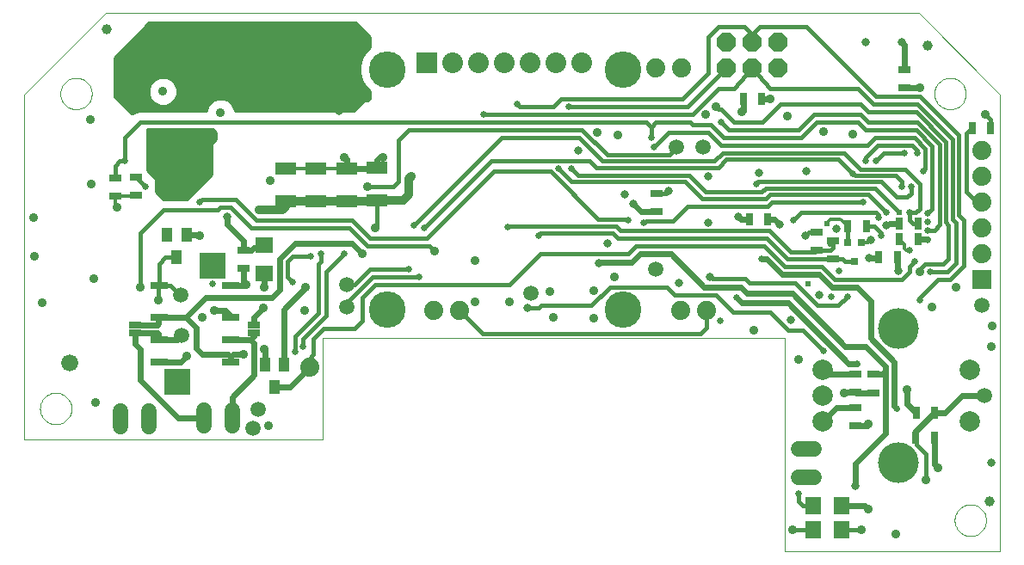
<source format=gbl>
G75*
G70*
%OFA0B0*%
%FSLAX24Y24*%
%IPPOS*%
%LPD*%
%AMOC8*
5,1,8,0,0,1.08239X$1,22.5*
%
%ADD10C,0.0000*%
%ADD11C,0.0787*%
%ADD12C,0.1575*%
%ADD13R,0.0315X0.0472*%
%ADD14R,0.0800X0.0800*%
%ADD15C,0.0800*%
%ADD16C,0.1417*%
%ADD17R,0.0472X0.0315*%
%ADD18R,0.0276X0.0276*%
%ADD19R,0.0630X0.0709*%
%ADD20R,0.0787X0.0472*%
%ADD21R,0.0394X0.0551*%
%ADD22C,0.0600*%
%ADD23C,0.0394*%
%ADD24C,0.0591*%
%ADD25C,0.0740*%
%ADD26R,0.0740X0.0740*%
%ADD27R,0.0709X0.0315*%
%ADD28R,0.0984X0.0984*%
%ADD29R,0.0709X0.0630*%
%ADD30R,0.0500X0.0250*%
%ADD31OC8,0.0740*%
%ADD32C,0.0360*%
%ADD33C,0.0120*%
%ADD34C,0.0240*%
%ADD35C,0.0320*%
%ADD36C,0.0250*%
%ADD37C,0.0160*%
%ADD38C,0.0240*%
%ADD39C,0.0100*%
%ADD40C,0.0660*%
%ADD41C,0.0320*%
D10*
X000180Y005173D02*
X011735Y005173D01*
X011735Y009110D01*
X029633Y009110D01*
X029633Y000843D01*
X037975Y000843D01*
X037975Y018559D01*
X034827Y021708D01*
X003329Y021708D01*
X000180Y018559D01*
X000180Y005173D01*
X000783Y006386D02*
X000785Y006435D01*
X000791Y006484D01*
X000801Y006532D01*
X000814Y006579D01*
X000832Y006625D01*
X000853Y006669D01*
X000877Y006712D01*
X000905Y006752D01*
X000936Y006791D01*
X000970Y006826D01*
X001007Y006859D01*
X001046Y006888D01*
X001088Y006914D01*
X001131Y006937D01*
X001177Y006956D01*
X001223Y006972D01*
X001271Y006984D01*
X001319Y006992D01*
X001368Y006996D01*
X001418Y006996D01*
X001467Y006992D01*
X001515Y006984D01*
X001563Y006972D01*
X001609Y006956D01*
X001655Y006937D01*
X001698Y006914D01*
X001740Y006888D01*
X001779Y006859D01*
X001816Y006826D01*
X001850Y006791D01*
X001881Y006752D01*
X001909Y006712D01*
X001933Y006669D01*
X001954Y006625D01*
X001972Y006579D01*
X001985Y006532D01*
X001995Y006484D01*
X002001Y006435D01*
X002003Y006386D01*
X002001Y006337D01*
X001995Y006288D01*
X001985Y006240D01*
X001972Y006193D01*
X001954Y006147D01*
X001933Y006103D01*
X001909Y006060D01*
X001881Y006020D01*
X001850Y005981D01*
X001816Y005946D01*
X001779Y005913D01*
X001740Y005884D01*
X001698Y005858D01*
X001655Y005835D01*
X001609Y005816D01*
X001563Y005800D01*
X001515Y005788D01*
X001467Y005780D01*
X001418Y005776D01*
X001368Y005776D01*
X001319Y005780D01*
X001271Y005788D01*
X001223Y005800D01*
X001177Y005816D01*
X001131Y005835D01*
X001088Y005858D01*
X001046Y005884D01*
X001007Y005913D01*
X000970Y005946D01*
X000936Y005981D01*
X000905Y006020D01*
X000877Y006060D01*
X000853Y006103D01*
X000832Y006147D01*
X000814Y006193D01*
X000801Y006240D01*
X000791Y006288D01*
X000785Y006337D01*
X000783Y006386D01*
X001570Y018591D02*
X001572Y018640D01*
X001578Y018689D01*
X001588Y018737D01*
X001601Y018784D01*
X001619Y018830D01*
X001640Y018874D01*
X001664Y018917D01*
X001692Y018957D01*
X001723Y018996D01*
X001757Y019031D01*
X001794Y019064D01*
X001833Y019093D01*
X001875Y019119D01*
X001918Y019142D01*
X001964Y019161D01*
X002010Y019177D01*
X002058Y019189D01*
X002106Y019197D01*
X002155Y019201D01*
X002205Y019201D01*
X002254Y019197D01*
X002302Y019189D01*
X002350Y019177D01*
X002396Y019161D01*
X002442Y019142D01*
X002485Y019119D01*
X002527Y019093D01*
X002566Y019064D01*
X002603Y019031D01*
X002637Y018996D01*
X002668Y018957D01*
X002696Y018917D01*
X002720Y018874D01*
X002741Y018830D01*
X002759Y018784D01*
X002772Y018737D01*
X002782Y018689D01*
X002788Y018640D01*
X002790Y018591D01*
X002788Y018542D01*
X002782Y018493D01*
X002772Y018445D01*
X002759Y018398D01*
X002741Y018352D01*
X002720Y018308D01*
X002696Y018265D01*
X002668Y018225D01*
X002637Y018186D01*
X002603Y018151D01*
X002566Y018118D01*
X002527Y018089D01*
X002485Y018063D01*
X002442Y018040D01*
X002396Y018021D01*
X002350Y018005D01*
X002302Y017993D01*
X002254Y017985D01*
X002205Y017981D01*
X002155Y017981D01*
X002106Y017985D01*
X002058Y017993D01*
X002010Y018005D01*
X001964Y018021D01*
X001918Y018040D01*
X001875Y018063D01*
X001833Y018089D01*
X001794Y018118D01*
X001757Y018151D01*
X001723Y018186D01*
X001692Y018225D01*
X001664Y018265D01*
X001640Y018308D01*
X001619Y018352D01*
X001601Y018398D01*
X001588Y018445D01*
X001578Y018493D01*
X001572Y018542D01*
X001570Y018591D01*
X035428Y018591D02*
X035430Y018640D01*
X035436Y018689D01*
X035446Y018737D01*
X035459Y018784D01*
X035477Y018830D01*
X035498Y018874D01*
X035522Y018917D01*
X035550Y018957D01*
X035581Y018996D01*
X035615Y019031D01*
X035652Y019064D01*
X035691Y019093D01*
X035733Y019119D01*
X035776Y019142D01*
X035822Y019161D01*
X035868Y019177D01*
X035916Y019189D01*
X035964Y019197D01*
X036013Y019201D01*
X036063Y019201D01*
X036112Y019197D01*
X036160Y019189D01*
X036208Y019177D01*
X036254Y019161D01*
X036300Y019142D01*
X036343Y019119D01*
X036385Y019093D01*
X036424Y019064D01*
X036461Y019031D01*
X036495Y018996D01*
X036526Y018957D01*
X036554Y018917D01*
X036578Y018874D01*
X036599Y018830D01*
X036617Y018784D01*
X036630Y018737D01*
X036640Y018689D01*
X036646Y018640D01*
X036648Y018591D01*
X036646Y018542D01*
X036640Y018493D01*
X036630Y018445D01*
X036617Y018398D01*
X036599Y018352D01*
X036578Y018308D01*
X036554Y018265D01*
X036526Y018225D01*
X036495Y018186D01*
X036461Y018151D01*
X036424Y018118D01*
X036385Y018089D01*
X036343Y018063D01*
X036300Y018040D01*
X036254Y018021D01*
X036208Y018005D01*
X036160Y017993D01*
X036112Y017985D01*
X036063Y017981D01*
X036013Y017981D01*
X035964Y017985D01*
X035916Y017993D01*
X035868Y018005D01*
X035822Y018021D01*
X035776Y018040D01*
X035733Y018063D01*
X035691Y018089D01*
X035652Y018118D01*
X035615Y018151D01*
X035581Y018186D01*
X035550Y018225D01*
X035522Y018265D01*
X035498Y018308D01*
X035477Y018352D01*
X035459Y018398D01*
X035446Y018445D01*
X035436Y018493D01*
X035430Y018542D01*
X035428Y018591D01*
X036216Y002055D02*
X036218Y002104D01*
X036224Y002153D01*
X036234Y002201D01*
X036247Y002248D01*
X036265Y002294D01*
X036286Y002338D01*
X036310Y002381D01*
X036338Y002421D01*
X036369Y002460D01*
X036403Y002495D01*
X036440Y002528D01*
X036479Y002557D01*
X036521Y002583D01*
X036564Y002606D01*
X036610Y002625D01*
X036656Y002641D01*
X036704Y002653D01*
X036752Y002661D01*
X036801Y002665D01*
X036851Y002665D01*
X036900Y002661D01*
X036948Y002653D01*
X036996Y002641D01*
X037042Y002625D01*
X037088Y002606D01*
X037131Y002583D01*
X037173Y002557D01*
X037212Y002528D01*
X037249Y002495D01*
X037283Y002460D01*
X037314Y002421D01*
X037342Y002381D01*
X037366Y002338D01*
X037387Y002294D01*
X037405Y002248D01*
X037418Y002201D01*
X037428Y002153D01*
X037434Y002104D01*
X037436Y002055D01*
X037434Y002006D01*
X037428Y001957D01*
X037418Y001909D01*
X037405Y001862D01*
X037387Y001816D01*
X037366Y001772D01*
X037342Y001729D01*
X037314Y001689D01*
X037283Y001650D01*
X037249Y001615D01*
X037212Y001582D01*
X037173Y001553D01*
X037131Y001527D01*
X037088Y001504D01*
X037042Y001485D01*
X036996Y001469D01*
X036948Y001457D01*
X036900Y001449D01*
X036851Y001445D01*
X036801Y001445D01*
X036752Y001449D01*
X036704Y001457D01*
X036656Y001469D01*
X036610Y001485D01*
X036564Y001504D01*
X036521Y001527D01*
X036479Y001553D01*
X036440Y001582D01*
X036403Y001615D01*
X036369Y001650D01*
X036338Y001689D01*
X036310Y001729D01*
X036286Y001772D01*
X036265Y001816D01*
X036247Y001862D01*
X036234Y001909D01*
X036224Y001957D01*
X036218Y002006D01*
X036216Y002055D01*
D11*
X036788Y005874D03*
X036788Y007874D03*
X031088Y007874D03*
X031088Y006874D03*
X031088Y005874D03*
D12*
X034038Y004274D03*
X034038Y009474D03*
D13*
X033989Y012243D03*
X033281Y012243D03*
X034081Y012943D03*
X034081Y013543D03*
X034789Y013543D03*
X034789Y012943D03*
X032789Y013443D03*
X032081Y013443D03*
X028984Y013723D03*
X028276Y013723D03*
X028026Y018373D03*
X028734Y018373D03*
X036886Y017253D03*
X037594Y017253D03*
X035434Y006223D03*
X034726Y006223D03*
X034716Y005268D03*
X035424Y005268D03*
D14*
X015783Y019796D03*
D15*
X016783Y019796D03*
X017783Y019796D03*
X018783Y019796D03*
X019783Y019796D03*
X020783Y019796D03*
X021783Y019796D03*
D16*
X023374Y019536D03*
X014240Y019536D03*
X014240Y010206D03*
X023374Y010206D03*
D17*
X024680Y014019D03*
X024680Y014728D03*
X030865Y013233D03*
X031495Y012883D03*
X030865Y012524D03*
X031495Y012174D03*
X032380Y007728D03*
X033080Y007708D03*
X032380Y007019D03*
X033080Y006999D03*
X032380Y006428D03*
X032380Y005719D03*
X034280Y018819D03*
X034280Y019528D03*
X008680Y012528D03*
X008680Y011819D03*
X004485Y014644D03*
X003710Y014609D03*
X003710Y015318D03*
X004485Y015353D03*
D18*
X032079Y012808D03*
X032591Y012808D03*
X032335Y012079D03*
D19*
X031831Y002623D03*
X030729Y002623D03*
X030744Y001703D03*
X031846Y001703D03*
D20*
X013850Y014449D03*
X012665Y014429D03*
X011465Y014429D03*
X010315Y014429D03*
X010315Y015688D03*
X011465Y015688D03*
X012665Y015688D03*
X013850Y015708D03*
D21*
X006454Y013107D03*
X005706Y013107D03*
X006080Y012240D03*
X009491Y008077D03*
X010239Y008077D03*
X009865Y007211D03*
D22*
X008240Y006308D02*
X008240Y005708D01*
X007140Y005708D02*
X007140Y006308D01*
X004995Y006293D02*
X004995Y005693D01*
X003895Y005693D02*
X003895Y006293D01*
X030180Y004823D02*
X030780Y004823D01*
X030780Y003723D02*
X030180Y003723D01*
D23*
X037580Y002773D03*
X035165Y020463D03*
X003380Y021073D03*
D24*
X007720Y020973D03*
X012680Y011173D03*
X012680Y010323D03*
X006230Y010773D03*
X006280Y009223D03*
X009220Y006338D03*
X009030Y005623D03*
X019800Y010863D03*
X024630Y011773D03*
X025430Y016523D03*
X026480Y016523D03*
X037280Y010373D03*
X037380Y006873D03*
D25*
X037280Y012373D03*
X037280Y013373D03*
X037280Y014373D03*
X037280Y015373D03*
X037280Y016373D03*
X026600Y010173D03*
X025600Y010173D03*
X017040Y010173D03*
X016040Y010173D03*
X011230Y007973D03*
X024645Y019603D03*
X025645Y019603D03*
D26*
X037280Y011373D03*
D27*
X008158Y011170D03*
X008158Y009910D03*
X008158Y009044D03*
X008158Y008177D03*
X005402Y008177D03*
X005402Y009044D03*
X005402Y009910D03*
X005402Y011170D03*
D28*
X007469Y011937D03*
X006091Y007410D03*
D29*
X009480Y011622D03*
X009480Y012725D03*
D30*
X009080Y009631D03*
X009080Y009311D03*
X004480Y009311D03*
X004480Y009631D03*
D31*
X027380Y019573D03*
X028380Y019573D03*
X029380Y019573D03*
X029380Y020573D03*
X028380Y020573D03*
X027380Y020573D03*
D32*
X029080Y018373D03*
X029730Y017723D03*
X031130Y017123D03*
X032280Y017023D03*
X034880Y018823D03*
X037410Y017773D03*
X027980Y017873D03*
X026980Y018073D03*
X026580Y017773D03*
X023180Y016973D03*
X022380Y017073D03*
X015180Y015373D03*
X014080Y016123D03*
X012580Y016123D03*
X013480Y014973D03*
X013780Y013373D03*
X013280Y012373D03*
X011080Y011073D03*
X011030Y010173D03*
X009430Y010273D03*
X009480Y011073D03*
X008780Y011173D03*
X007530Y010173D03*
X007080Y009923D03*
X005380Y010573D03*
X004680Y011073D03*
X002880Y011423D03*
X000880Y010473D03*
X000580Y012273D03*
X000530Y013773D03*
X002780Y015073D03*
X003780Y014193D03*
X006980Y013073D03*
X009280Y014073D03*
X009710Y015223D03*
X007780Y017853D03*
X005550Y018673D03*
X002730Y017573D03*
X016080Y012473D03*
X017620Y012133D03*
X017620Y010533D03*
X018980Y010533D03*
X020550Y010913D03*
X020680Y009923D03*
X022230Y009873D03*
X022220Y010953D03*
X023030Y011473D03*
X028420Y009413D03*
X030180Y008273D03*
X031930Y006973D03*
X032880Y005773D03*
X034380Y007123D03*
X037630Y008773D03*
X037680Y009573D03*
X035330Y010323D03*
X036280Y011073D03*
X034880Y011673D03*
X035580Y004073D03*
X035100Y003613D03*
X032880Y002493D03*
X032600Y001673D03*
X033920Y001523D03*
X029920Y001673D03*
X009630Y005723D03*
X008680Y008473D03*
X009480Y008673D03*
X006480Y008423D03*
X002930Y006623D03*
D33*
X008776Y011170D02*
X008780Y011173D01*
X009379Y012623D02*
X009480Y012725D01*
X010315Y015688D02*
X011465Y015688D01*
X012665Y015688D01*
X013830Y015688D02*
X013850Y015708D01*
X013830Y015728D01*
X004485Y014644D02*
X004450Y014609D01*
X003710Y014609D01*
X003710Y014263D01*
X003780Y014193D01*
X024680Y014728D02*
X024684Y014723D01*
X031260Y013593D02*
X031260Y013553D01*
X031260Y013593D02*
X031400Y013733D01*
X031780Y013733D01*
X031820Y013693D01*
X031831Y013693D01*
X032081Y013443D01*
X032864Y012808D02*
X032980Y012923D01*
X032864Y012808D02*
X032591Y012808D01*
X033261Y012223D02*
X033281Y012243D01*
X034280Y012573D02*
X034280Y012744D01*
X034081Y012943D01*
X034280Y012573D02*
X034330Y012523D01*
X034480Y012523D01*
X035160Y012943D02*
X035180Y012923D01*
D34*
X035160Y012943D02*
X034789Y012943D01*
X034081Y013543D02*
X033710Y013543D01*
X033580Y013473D01*
X033261Y012223D02*
X032910Y012223D01*
X033989Y012243D02*
X033989Y011764D01*
X034030Y011723D01*
X032960Y010553D02*
X032440Y011073D01*
X031480Y011073D01*
X030980Y011573D01*
X029540Y011573D01*
X028920Y012193D01*
X028720Y012193D01*
X027940Y011093D02*
X028180Y010853D01*
X029920Y010853D01*
X031980Y008793D01*
X032780Y008793D01*
X033540Y008033D01*
X033540Y007853D01*
X033394Y007708D01*
X033080Y007708D01*
X033540Y007853D02*
X033540Y005413D01*
X032380Y004253D01*
X032380Y003373D01*
X032750Y002623D02*
X031831Y002623D01*
X032750Y002623D02*
X032880Y002493D01*
X035424Y004229D02*
X035580Y004073D01*
X035424Y004229D02*
X035424Y005268D01*
X034716Y005268D02*
X034716Y005505D01*
X035434Y006223D01*
X035850Y006223D01*
X036500Y006873D01*
X037380Y006873D01*
X034726Y006223D02*
X034380Y006569D01*
X034380Y007123D01*
X033880Y006473D02*
X033980Y006373D01*
X033880Y006473D02*
X033880Y008193D01*
X032960Y009113D01*
X032960Y010553D01*
X032100Y008133D02*
X029760Y010473D01*
X027980Y010473D01*
X027760Y010693D01*
X027940Y011093D02*
X026500Y011093D01*
X025220Y012373D01*
X024020Y012373D01*
X023700Y012053D01*
X022480Y012053D01*
X022440Y012013D01*
X024084Y014019D02*
X023780Y014323D01*
X024084Y014019D02*
X024680Y014019D01*
X027830Y013823D02*
X027930Y013723D01*
X028276Y013723D01*
X028984Y013723D02*
X029220Y013723D01*
X029430Y013513D01*
X027980Y017873D02*
X028026Y017919D01*
X028026Y018373D01*
X028734Y018373D02*
X029080Y018373D01*
X034280Y018819D02*
X034876Y018819D01*
X034280Y019528D02*
X034280Y020473D01*
X034180Y020573D01*
X014080Y016123D02*
X013930Y016123D01*
X013830Y016023D01*
X013830Y015728D01*
X013830Y015688D02*
X012665Y015688D01*
X012665Y016038D01*
X012580Y016123D01*
X008030Y013823D02*
X008030Y013523D01*
X008680Y012873D01*
X008680Y012528D01*
X008984Y012528D01*
X009080Y012623D01*
X009379Y012623D01*
X010080Y012173D02*
X010080Y010973D01*
X009780Y010673D01*
X007208Y010673D01*
X006444Y009910D01*
X005402Y009910D01*
X005380Y009888D02*
X005380Y009673D01*
X005338Y009631D01*
X004480Y009631D01*
X004480Y009311D02*
X004480Y008873D01*
X004680Y008673D01*
X004680Y007473D01*
X006145Y006008D01*
X007140Y006008D01*
X008240Y006008D02*
X008240Y006833D01*
X009080Y007673D01*
X009080Y008914D01*
X008950Y009044D01*
X008158Y009044D01*
X008950Y009044D02*
X009080Y009173D01*
X009080Y009311D01*
X009080Y009631D02*
X009080Y009923D01*
X009430Y010273D01*
X010239Y010233D02*
X010239Y008077D01*
X009491Y008077D02*
X009491Y008685D01*
X009480Y008673D01*
X008680Y008473D02*
X008280Y008473D01*
X008180Y008373D01*
X008080Y008473D01*
X007080Y008473D01*
X006830Y008723D01*
X006830Y009523D01*
X006444Y009910D01*
X006280Y009223D02*
X006100Y009044D01*
X005402Y009044D01*
X005380Y009066D02*
X005380Y009273D01*
X005342Y009311D01*
X004480Y009311D01*
X005402Y008177D02*
X006234Y008177D01*
X006480Y008423D01*
X008180Y008373D02*
X008180Y008199D01*
X009865Y007211D02*
X010467Y007211D01*
X011230Y007973D01*
X008158Y009996D02*
X007980Y010173D01*
X007530Y010173D01*
X008158Y011170D02*
X008776Y011170D01*
X008780Y011173D02*
X008680Y011273D01*
X008680Y011819D01*
X009480Y011622D02*
X009480Y011073D01*
X010239Y010233D02*
X011080Y011073D01*
X010080Y012173D02*
X010680Y012773D01*
X012880Y012773D01*
X013280Y012373D01*
X006980Y013073D02*
X006947Y013107D01*
X006454Y013107D01*
X031088Y007874D02*
X031235Y007728D01*
X032380Y007728D01*
X032420Y008133D02*
X032100Y008133D01*
X031976Y007019D02*
X031930Y006973D01*
X031976Y007019D02*
X032380Y007019D01*
X032400Y006999D02*
X033080Y006999D01*
X032380Y006428D02*
X031642Y006428D01*
X031088Y005874D01*
X032380Y005719D02*
X032826Y005719D01*
X032880Y005773D01*
D35*
X032380Y003373D03*
X037630Y004273D03*
X029880Y009813D03*
X030980Y010773D03*
X032910Y012223D03*
X034030Y011723D03*
X032980Y012923D03*
X033580Y013473D03*
X031640Y013353D03*
X030430Y013103D03*
X029430Y013513D03*
X027830Y013823D03*
X026680Y013603D03*
X025130Y014823D03*
X023780Y014323D03*
X023440Y014693D03*
X021630Y016373D03*
X026680Y015373D03*
X028630Y015523D03*
X030480Y015573D03*
X026740Y011493D03*
X025520Y011243D03*
X022780Y012773D03*
X022440Y012013D03*
X019670Y010273D03*
X008030Y013823D03*
X012380Y017933D03*
X012120Y018113D03*
X011820Y018033D03*
X011500Y018033D03*
X011180Y018033D03*
X010380Y018813D03*
X010120Y019033D03*
X010400Y019133D03*
X010420Y019473D03*
X010120Y019333D03*
X010140Y019653D03*
X010440Y019793D03*
X010460Y020113D03*
X010160Y019993D03*
X009900Y020273D03*
X010200Y020433D03*
X010300Y020773D03*
X010060Y020993D03*
X009820Y021193D03*
X009460Y021193D03*
X009080Y021193D03*
X008700Y021173D03*
X008380Y021153D03*
X006900Y021193D03*
X006400Y021173D03*
X005940Y021153D03*
X005420Y021133D03*
X005080Y021133D03*
X004820Y020913D03*
X004580Y020693D03*
X004240Y020333D03*
X003960Y020013D03*
X003960Y019633D03*
X003940Y019213D03*
X004320Y019173D03*
X004760Y019373D03*
X005080Y019613D03*
X009920Y020673D03*
X010600Y020473D03*
X010940Y020473D03*
X011280Y020473D03*
X011620Y020473D03*
X011960Y020473D03*
X012300Y020453D03*
X012160Y020753D03*
X011780Y020793D03*
X011380Y020813D03*
X011020Y020813D03*
X010660Y020813D03*
X010440Y021173D03*
X010980Y021213D03*
X011560Y021213D03*
X012140Y021153D03*
X012640Y020613D03*
X012580Y020253D03*
X012980Y020213D03*
X012940Y019793D03*
X012620Y019893D03*
X012720Y019513D03*
X013040Y019453D03*
X013020Y019073D03*
X012700Y019193D03*
X012680Y018853D03*
X012980Y018733D03*
X012660Y018513D03*
X012960Y018373D03*
X012760Y018073D03*
X012460Y018233D03*
X032780Y020573D03*
X034180Y020573D03*
D36*
X027180Y017473D03*
X024480Y016873D03*
X024580Y016513D03*
X021380Y015673D03*
X020880Y015673D03*
X023580Y013673D03*
X024180Y013573D03*
X020100Y013093D03*
X018900Y013413D03*
X015680Y013373D03*
X015280Y013473D03*
X015080Y011773D03*
X015480Y011473D03*
X012580Y012373D03*
X011680Y012373D03*
X011280Y012273D03*
X010580Y011273D03*
X007480Y011223D03*
X010980Y008773D03*
X010680Y008573D03*
X006980Y014373D03*
X006030Y015673D03*
X005730Y015673D03*
X005430Y015673D03*
X005530Y015973D03*
X005830Y015973D03*
X006130Y015973D03*
X006030Y016273D03*
X005730Y016273D03*
X005430Y016273D03*
X005530Y016573D03*
X005830Y016573D03*
X006130Y016573D03*
X004080Y015973D03*
X004880Y014973D03*
X017980Y017773D03*
X019280Y018173D03*
X021280Y018073D03*
X028520Y015093D03*
X029980Y013673D03*
X028720Y012193D03*
X027760Y010693D03*
X027140Y009773D03*
X031140Y008613D03*
X032420Y008133D03*
X033980Y006373D03*
X030180Y003073D03*
X031420Y010713D03*
X032060Y010733D03*
X031730Y011723D03*
X033380Y013073D03*
X033280Y013773D03*
X033580Y013973D03*
X032660Y014373D03*
X034180Y014973D03*
X034530Y014973D03*
X035000Y015593D03*
X034780Y016273D03*
X034280Y016273D03*
X033180Y015973D03*
X032780Y015973D03*
X032260Y015473D03*
X034480Y013973D03*
X035180Y013953D03*
X035180Y013613D03*
X035180Y013273D03*
X035180Y012923D03*
X034480Y012523D03*
X034680Y012073D03*
X035280Y011673D03*
X034880Y010573D03*
D37*
X034880Y010673D01*
X035580Y011373D01*
X036020Y011373D01*
X036580Y011933D01*
X036580Y013673D01*
X036380Y013873D01*
X036380Y016973D01*
X034880Y018473D01*
X033180Y018473D01*
X030480Y021173D01*
X028680Y021173D01*
X028380Y020873D01*
X028380Y020573D01*
X028380Y020873D02*
X028080Y021173D01*
X027080Y021173D01*
X026680Y020773D01*
X026680Y019373D01*
X025680Y018373D01*
X020980Y018373D01*
X020680Y018073D01*
X019380Y018073D01*
X019280Y018173D01*
X017980Y017773D02*
X026080Y017773D01*
X027080Y018773D01*
X027680Y018773D01*
X028380Y019573D01*
X029080Y018773D01*
X032480Y018773D01*
X033080Y018173D01*
X034780Y018173D01*
X036120Y016833D01*
X036120Y013733D01*
X036280Y013573D01*
X036280Y012033D01*
X035920Y011673D01*
X035280Y011673D01*
X035080Y011973D02*
X035780Y011973D01*
X035980Y012173D01*
X035980Y013473D01*
X035860Y013633D01*
X035860Y016733D01*
X034720Y017873D01*
X032880Y017873D01*
X032580Y018173D01*
X029480Y018173D01*
X028780Y017473D01*
X027680Y017473D01*
X027180Y017973D01*
X027080Y017973D01*
X026980Y018073D01*
X027180Y017473D02*
X027480Y017173D01*
X030180Y017173D01*
X030780Y017773D01*
X032580Y017773D01*
X032880Y017473D01*
X034780Y017473D01*
X035620Y016633D01*
X035620Y013513D01*
X035440Y013273D01*
X035180Y013273D01*
X034789Y013543D02*
X034610Y013543D01*
X034480Y013673D01*
X034480Y013973D01*
X034700Y013973D01*
X034860Y014133D01*
X034860Y015093D01*
X034300Y015653D01*
X032580Y015653D01*
X031940Y016293D01*
X027220Y016293D01*
X026900Y015973D01*
X022580Y015973D01*
X021680Y016873D01*
X018680Y016873D01*
X015280Y013473D01*
X015680Y013373D02*
X018280Y015973D01*
X022080Y015973D01*
X022320Y015733D01*
X027060Y015733D01*
X027380Y016053D01*
X031700Y016053D01*
X032260Y015493D01*
X032260Y015473D01*
X032360Y015413D01*
X033940Y015413D01*
X034180Y015173D01*
X034180Y014973D01*
X034530Y014973D02*
X034530Y014723D01*
X034380Y014573D01*
X033980Y014573D01*
X033380Y015173D01*
X028600Y015173D01*
X028520Y015093D01*
X028740Y014773D02*
X026580Y014773D01*
X025940Y015413D01*
X021640Y015413D01*
X021380Y015673D01*
X021380Y015173D02*
X020880Y015673D01*
X020556Y015573D02*
X022412Y013718D01*
X023536Y013718D01*
X023580Y013673D01*
X023280Y013273D02*
X023100Y013453D01*
X018940Y013453D01*
X018900Y013413D01*
X020100Y013093D02*
X020180Y013173D01*
X022980Y013173D01*
X023180Y012973D01*
X028940Y012973D01*
X029739Y012174D01*
X031495Y012174D01*
X031496Y012173D01*
X031880Y012173D01*
X031974Y012079D01*
X032335Y012079D01*
X031500Y012633D02*
X031500Y012878D01*
X031495Y012883D01*
X031376Y012764D01*
X031500Y012633D02*
X031391Y012524D01*
X030865Y012524D01*
X030794Y012453D01*
X029860Y012453D01*
X029040Y013273D01*
X023280Y013273D01*
X023880Y012673D02*
X028840Y012673D01*
X029640Y011873D01*
X031080Y011873D01*
X031580Y011373D01*
X034180Y011373D01*
X034480Y011673D01*
X034480Y011873D01*
X034680Y012073D01*
X034880Y011773D02*
X035080Y011973D01*
X034880Y011773D02*
X034880Y011673D01*
X033380Y013073D02*
X033380Y013173D01*
X033110Y013443D01*
X032789Y013443D01*
X032081Y013443D02*
X032079Y013442D01*
X032079Y012808D01*
X030865Y013233D02*
X030559Y013233D01*
X030430Y013103D01*
X029980Y013673D02*
X030280Y013973D01*
X033180Y013973D01*
X033280Y013873D01*
X033280Y013773D01*
X033580Y013973D02*
X032860Y014693D01*
X029060Y014693D01*
X028900Y014533D01*
X026420Y014533D01*
X025780Y015173D01*
X021380Y015173D01*
X020556Y015573D02*
X018380Y015573D01*
X015780Y012973D01*
X013580Y012973D01*
X012860Y013693D01*
X009160Y013693D01*
X008380Y014473D01*
X007080Y014473D01*
X006980Y014373D01*
X007680Y014073D02*
X007780Y014173D01*
X008180Y014173D01*
X008960Y013393D01*
X012760Y013393D01*
X013480Y012673D01*
X015880Y012673D01*
X016080Y012473D01*
X015080Y011773D02*
X013580Y011773D01*
X012980Y011173D01*
X012680Y011173D01*
X012680Y010473D02*
X013680Y011473D01*
X015480Y011473D01*
X013780Y011173D02*
X018980Y011173D01*
X020180Y012373D01*
X023580Y012373D01*
X023880Y012673D01*
X024180Y013573D02*
X024260Y013653D01*
X025300Y013653D01*
X025860Y014213D01*
X028980Y014213D01*
X029140Y014373D01*
X032660Y014373D01*
X033140Y014933D02*
X028900Y014933D01*
X028740Y014773D01*
X027180Y016573D02*
X032820Y016573D01*
X033120Y016873D01*
X034660Y016873D01*
X035080Y016453D01*
X035080Y015673D01*
X035000Y015593D01*
X034780Y016273D02*
X034780Y016373D01*
X034580Y016573D01*
X033240Y016573D01*
X032780Y016113D01*
X032780Y015973D01*
X033180Y015973D02*
X033480Y016273D01*
X034280Y016273D01*
X034720Y017173D02*
X035340Y016553D01*
X035340Y014133D01*
X035180Y013953D01*
X034080Y013993D02*
X033140Y014933D01*
X034070Y013983D02*
X034080Y013993D01*
X036680Y014773D02*
X036680Y017048D01*
X036886Y017253D01*
X037594Y017253D02*
X037594Y017589D01*
X037410Y017773D01*
X034880Y018823D02*
X034876Y018819D01*
X032780Y017173D02*
X032480Y017473D01*
X030880Y017473D01*
X030280Y016873D01*
X027280Y016873D01*
X026780Y017373D01*
X026080Y017373D01*
X025980Y017473D01*
X024649Y017473D01*
X024460Y017284D01*
X024460Y016893D01*
X024480Y016873D01*
X024480Y017273D01*
X024280Y017473D01*
X004680Y017473D01*
X004080Y016873D01*
X004080Y015973D01*
X003880Y015973D01*
X003710Y015803D01*
X003710Y015318D01*
X004485Y015353D02*
X004864Y014973D01*
X004880Y014973D01*
X005580Y014073D02*
X007680Y014073D01*
X005580Y014073D02*
X004680Y013173D01*
X004680Y011073D01*
X005380Y011147D02*
X005380Y010573D01*
X005380Y011147D02*
X005402Y011170D01*
X005834Y011170D01*
X006230Y010773D01*
X005402Y011170D02*
X005402Y011996D01*
X005647Y012240D01*
X006080Y012240D01*
X005402Y009910D02*
X005380Y009888D01*
X005380Y009066D02*
X005402Y009044D01*
X008158Y009910D02*
X008158Y009996D01*
X010680Y009173D02*
X010680Y008573D01*
X010980Y008773D02*
X010980Y009073D01*
X011880Y009973D01*
X011880Y011673D01*
X012580Y012373D01*
X011680Y012373D02*
X011680Y012073D01*
X011580Y011973D01*
X011580Y010073D01*
X010680Y009173D01*
X011380Y009073D02*
X011780Y009473D01*
X012980Y009473D01*
X013280Y009773D01*
X013280Y010673D01*
X013780Y011173D01*
X012680Y010473D02*
X012680Y010323D01*
X011380Y009073D02*
X011380Y008473D01*
X011230Y008323D01*
X011230Y007973D01*
X010980Y007973D01*
X008180Y008199D02*
X008158Y008177D01*
X010580Y011273D02*
X010380Y011473D01*
X010380Y012073D01*
X010580Y012273D01*
X011280Y012273D01*
X013780Y013373D02*
X013830Y013423D01*
X013830Y014429D01*
X013850Y014449D01*
X013480Y014973D02*
X014480Y014973D01*
X014680Y015173D01*
X014680Y016773D01*
X015080Y017173D01*
X021780Y017173D01*
X022780Y016213D01*
X025180Y016213D01*
X025430Y016523D01*
X025140Y017073D02*
X024580Y016513D01*
X025140Y017073D02*
X026680Y017073D01*
X027180Y016573D01*
X025880Y018073D02*
X027380Y019573D01*
X025880Y018073D02*
X021280Y018073D01*
X024684Y014723D02*
X025030Y014723D01*
X025130Y014823D01*
X026740Y011493D02*
X026820Y011413D01*
X028100Y011413D01*
X028260Y011253D01*
X030020Y011253D01*
X030900Y010373D01*
X031700Y010373D01*
X032060Y010733D01*
X030340Y009413D02*
X029780Y009413D01*
X029060Y010133D01*
X027620Y010133D01*
X026980Y010773D01*
X025380Y010773D01*
X025060Y011093D01*
X022870Y011093D01*
X022150Y010373D01*
X020210Y010373D01*
X020110Y010273D01*
X019670Y010273D01*
X017920Y009293D02*
X017040Y010173D01*
X017920Y009293D02*
X026380Y009293D01*
X026600Y009513D01*
X026600Y010173D01*
X030340Y009413D02*
X031140Y008613D01*
X032380Y007019D02*
X032400Y006999D01*
X034716Y005268D02*
X034716Y005118D01*
X034720Y005113D01*
X034720Y004993D01*
X035100Y004613D01*
X035100Y003613D01*
X032600Y001673D02*
X031956Y001673D01*
X031846Y001703D01*
X030794Y001673D02*
X030744Y001703D01*
X030794Y001673D02*
X029920Y001673D01*
X030330Y002623D02*
X030729Y002623D01*
X030330Y002623D02*
X030180Y002773D01*
X030180Y003073D01*
X037080Y014373D02*
X036680Y014773D01*
X037080Y014373D02*
X037280Y014373D01*
X034720Y017173D02*
X032780Y017173D01*
D38*
X034070Y013983D03*
X031260Y013553D03*
X030530Y011223D03*
D39*
X013560Y018393D02*
X013480Y018313D01*
X013320Y018313D01*
X012930Y017923D01*
X008330Y017923D01*
X008330Y017963D01*
X008246Y018165D01*
X008092Y018320D01*
X007889Y018403D01*
X007671Y018403D01*
X007468Y018320D01*
X007314Y018165D01*
X007230Y017963D01*
X007230Y017923D01*
X004590Y017923D01*
X004425Y017855D01*
X004384Y017813D01*
X004340Y017813D01*
X003660Y018493D01*
X003660Y019993D01*
X005004Y021338D01*
X012996Y021338D01*
X013560Y020773D01*
X013560Y020382D01*
X013377Y020199D01*
X013235Y019953D01*
X013161Y019678D01*
X013161Y019394D01*
X013235Y019120D01*
X013377Y018874D01*
X013560Y018691D01*
X013560Y018393D01*
X013539Y018372D02*
X007964Y018372D01*
X008137Y018274D02*
X013281Y018274D01*
X013182Y018175D02*
X008236Y018175D01*
X008283Y018077D02*
X013084Y018077D01*
X012985Y017978D02*
X008324Y017978D01*
X007596Y018372D02*
X006021Y018372D01*
X006016Y018362D02*
X006100Y018564D01*
X006100Y018783D01*
X006016Y018985D01*
X005862Y019140D01*
X005659Y019223D01*
X005441Y019223D01*
X005238Y019140D01*
X005084Y018985D01*
X005000Y018783D01*
X005000Y018564D01*
X005084Y018362D01*
X005238Y018207D01*
X005441Y018123D01*
X005659Y018123D01*
X005862Y018207D01*
X006016Y018362D01*
X006061Y018471D02*
X013560Y018471D01*
X013560Y018569D02*
X006100Y018569D01*
X006100Y018668D02*
X013560Y018668D01*
X013484Y018766D02*
X006100Y018766D01*
X006066Y018865D02*
X013386Y018865D01*
X013325Y018963D02*
X006025Y018963D01*
X005939Y019062D02*
X013268Y019062D01*
X013224Y019160D02*
X005811Y019160D01*
X005289Y019160D02*
X003660Y019160D01*
X003660Y019062D02*
X005161Y019062D01*
X005075Y018963D02*
X003660Y018963D01*
X003660Y018865D02*
X005034Y018865D01*
X005000Y018766D02*
X003660Y018766D01*
X003660Y018668D02*
X005000Y018668D01*
X005000Y018569D02*
X003660Y018569D01*
X003682Y018471D02*
X005039Y018471D01*
X005079Y018372D02*
X003781Y018372D01*
X003879Y018274D02*
X005172Y018274D01*
X005315Y018175D02*
X003978Y018175D01*
X004076Y018077D02*
X007277Y018077D01*
X007236Y017978D02*
X004175Y017978D01*
X004273Y017880D02*
X004486Y017880D01*
X004920Y017213D02*
X007480Y017213D01*
X007600Y017093D01*
X007600Y016813D01*
X007440Y016653D01*
X007440Y015453D01*
X006460Y014473D01*
X005560Y014473D01*
X005260Y014773D01*
X005260Y015273D01*
X004920Y015613D01*
X004920Y017213D01*
X004920Y017190D02*
X007503Y017190D01*
X007600Y017092D02*
X004920Y017092D01*
X004920Y016993D02*
X007600Y016993D01*
X007600Y016895D02*
X004920Y016895D01*
X004920Y016796D02*
X007583Y016796D01*
X007485Y016698D02*
X004920Y016698D01*
X004920Y016599D02*
X007440Y016599D01*
X007440Y016501D02*
X004920Y016501D01*
X004920Y016402D02*
X007440Y016402D01*
X007440Y016304D02*
X004920Y016304D01*
X004920Y016205D02*
X007440Y016205D01*
X007440Y016107D02*
X004920Y016107D01*
X004920Y016008D02*
X007440Y016008D01*
X007440Y015910D02*
X004920Y015910D01*
X004920Y015811D02*
X007440Y015811D01*
X007440Y015713D02*
X004920Y015713D01*
X004920Y015614D02*
X007440Y015614D01*
X007440Y015516D02*
X005017Y015516D01*
X005116Y015417D02*
X007404Y015417D01*
X007306Y015319D02*
X005214Y015319D01*
X005260Y015220D02*
X007207Y015220D01*
X007109Y015122D02*
X005260Y015122D01*
X005260Y015023D02*
X007010Y015023D01*
X006912Y014925D02*
X005260Y014925D01*
X005260Y014826D02*
X006813Y014826D01*
X006715Y014728D02*
X005305Y014728D01*
X005404Y014629D02*
X006616Y014629D01*
X006518Y014531D02*
X005502Y014531D01*
X005785Y018175D02*
X007324Y018175D01*
X007423Y018274D02*
X005928Y018274D01*
X003660Y019259D02*
X013197Y019259D01*
X013171Y019357D02*
X003660Y019357D01*
X003660Y019456D02*
X013161Y019456D01*
X013161Y019554D02*
X003660Y019554D01*
X003660Y019653D02*
X013161Y019653D01*
X013181Y019751D02*
X003660Y019751D01*
X003660Y019850D02*
X013207Y019850D01*
X013234Y019948D02*
X003660Y019948D01*
X003714Y020047D02*
X013289Y020047D01*
X013346Y020145D02*
X003812Y020145D01*
X003911Y020244D02*
X013422Y020244D01*
X013520Y020342D02*
X004009Y020342D01*
X004108Y020441D02*
X013560Y020441D01*
X013560Y020539D02*
X004206Y020539D01*
X004305Y020638D02*
X013560Y020638D01*
X013560Y020736D02*
X004403Y020736D01*
X004502Y020835D02*
X013498Y020835D01*
X013400Y020933D02*
X004600Y020933D01*
X004699Y021032D02*
X013301Y021032D01*
X013203Y021130D02*
X004797Y021130D01*
X004896Y021229D02*
X013104Y021229D01*
X013006Y021327D02*
X004994Y021327D01*
D40*
X001930Y008143D03*
D41*
X009280Y014073D02*
X010180Y014073D01*
X010315Y014208D01*
X010315Y014429D01*
X011465Y014429D01*
X012665Y014429D01*
X013830Y014429D01*
X013850Y014449D02*
X014855Y014449D01*
X015080Y014673D01*
X015080Y015273D01*
X015180Y015373D01*
M02*

</source>
